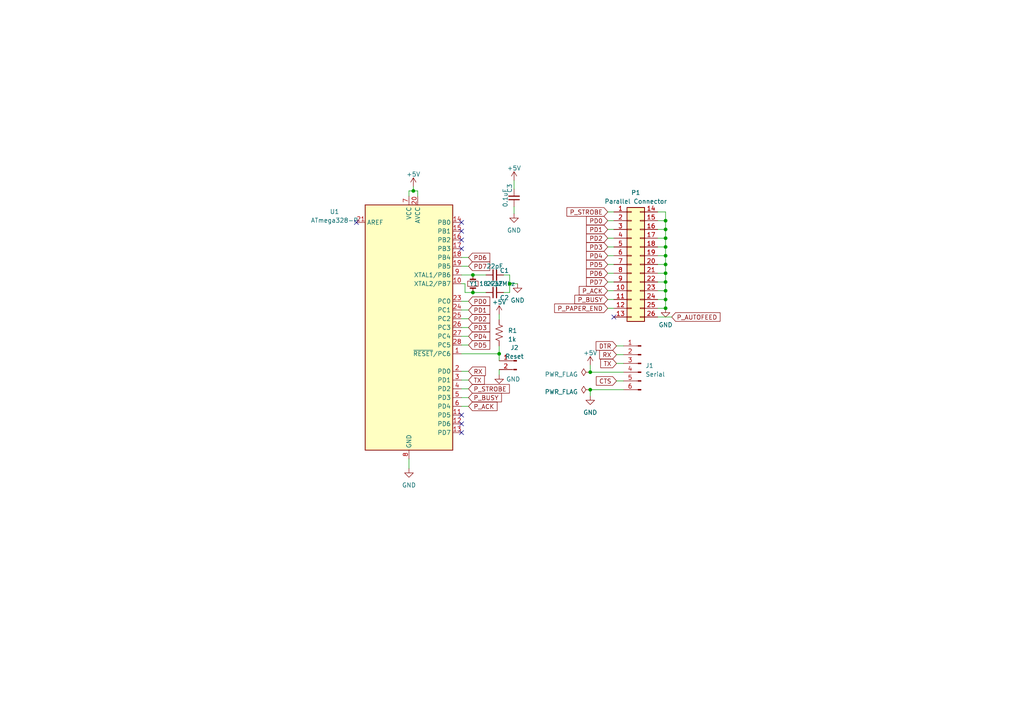
<source format=kicad_sch>
(kicad_sch (version 20230121) (generator eeschema)
  (paper "A4")
  (title_block (title "Parallel2Serial") (date "2023-04-08") (rev "1") (company "ryucats"))
  (lib_symbols
    (symbol "Connector:Conn_01x02_Pin" (pin_names (offset 1.016) hide)
      (property "Reference" "J" (at 0 2.54 0))
      (property "Value" "Conn_01x02_Pin" (at 0 -5.08 0))
      (symbol "Conn_01x02_Pin_1_1"
        (polyline (pts (xy 1.27 -2.54) (xy 0.8636 -2.54)) (stroke (width 0.1524)))
        (polyline (pts (xy 1.27 0) (xy 0.8636 0)) (stroke (width 0.1524)))
        (rectangle (start 0.8636 -2.413) (end 0 -2.667) (stroke (width 0.1524)) (fill (type outline)))
        (rectangle (start 0.8636 0.127) (end 0 -0.127) (stroke (width 0.1524)) (fill (type outline)))
        (pin passive line (at 5.08 0 180) (length 3.81) (name "Pin_1") (number "1"))
        (pin passive line (at 5.08 -2.54 180) (length 3.81) (name "Pin_2") (number "2"))
      )
    )
    (symbol "Connector:Conn_01x06_Pin" (pin_names (offset 1.016) hide)
      (property "Reference" "J" (at 0 7.62 0))
      (property "Value" "Conn_01x06_Pin" (at 0 -10.16 0))
      (symbol "Conn_01x06_Pin_1_1"
        (polyline (pts (xy 1.27 -7.62) (xy 0.8636 -7.62)) (stroke (width 0.1524)))
        (polyline (pts (xy 1.27 -5.08) (xy 0.8636 -5.08)) (stroke (width 0.1524)))
        (polyline (pts (xy 1.27 -2.54) (xy 0.8636 -2.54)) (stroke (width 0.1524)))
        (polyline (pts (xy 1.27 0) (xy 0.8636 0)) (stroke (width 0.1524)))
        (polyline (pts (xy 1.27 2.54) (xy 0.8636 2.54)) (stroke (width 0.1524)))
        (polyline (pts (xy 1.27 5.08) (xy 0.8636 5.08)) (stroke (width 0.1524)))
        (rectangle (start 0.8636 -7.493) (end 0 -7.747) (stroke (width 0.1524)) (fill (type outline)))
        (rectangle (start 0.8636 -4.953) (end 0 -5.207) (stroke (width 0.1524)) (fill (type outline)))
        (rectangle (start 0.8636 -2.413) (end 0 -2.667) (stroke (width 0.1524)) (fill (type outline)))
        (rectangle (start 0.8636 0.127) (end 0 -0.127) (stroke (width 0.1524)) (fill (type outline)))
        (rectangle (start 0.8636 2.667) (end 0 2.413) (stroke (width 0.1524)) (fill (type outline)))
        (rectangle (start 0.8636 5.207) (end 0 4.953) (stroke (width 0.1524)) (fill (type outline)))
        (pin passive line (at 5.08 5.08 180) (length 3.81) (name "Pin_1") (number "1"))
        (pin passive line (at 5.08 2.54 180) (length 3.81) (name "Pin_2") (number "2"))
        (pin passive line (at 5.08 0 180) (length 3.81) (name "Pin_3") (number "3"))
        (pin passive line (at 5.08 -2.54 180) (length 3.81) (name "Pin_4") (number "4"))
        (pin passive line (at 5.08 -5.08 180) (length 3.81) (name "Pin_5") (number "5"))
        (pin passive line (at 5.08 -7.62 180) (length 3.81) (name "Pin_6") (number "6"))
      )
    )
    (symbol "Connector_Generic:Conn_02x13_Top_Bottom" (pin_names (offset 1.016) hide)
      (property "Reference" "J" (at 1.27 17.78 0))
      (property "Value" "Conn_02x13_Top_Bottom" (at 1.27 -17.78 0))
      (symbol "Conn_02x13_Top_Bottom_1_1"
        (rectangle (start -1.27 -15.113) (end 0 -15.367) (stroke (width 0.1524)))
        (rectangle (start -1.27 -12.573) (end 0 -12.827) (stroke (width 0.1524)))
        (rectangle (start -1.27 -10.033) (end 0 -10.287) (stroke (width 0.1524)))
        (rectangle (start -1.27 -7.493) (end 0 -7.747) (stroke (width 0.1524)))
        (rectangle (start -1.27 -4.953) (end 0 -5.207) (stroke (width 0.1524)))
        (rectangle (start -1.27 -2.413) (end 0 -2.667) (stroke (width 0.1524)))
        (rectangle (start -1.27 0.127) (end 0 -0.127) (stroke (width 0.1524)))
        (rectangle (start -1.27 2.667) (end 0 2.413) (stroke (width 0.1524)))
        (rectangle (start -1.27 5.207) (end 0 4.953) (stroke (width 0.1524)))
        (rectangle (start -1.27 7.747) (end 0 7.493) (stroke (width 0.1524)))
        (rectangle (start -1.27 10.287) (end 0 10.033) (stroke (width 0.1524)))
        (rectangle (start -1.27 12.827) (end 0 12.573) (stroke (width 0.1524)))
        (rectangle (start -1.27 15.367) (end 0 15.113) (stroke (width 0.1524)))
        (rectangle (start -1.27 16.51) (end 3.81 -16.51) (stroke (width 0.254)) (fill (type background)))
        (rectangle (start 3.81 -15.113) (end 2.54 -15.367) (stroke (width 0.1524)))
        (rectangle (start 3.81 -12.573) (end 2.54 -12.827) (stroke (width 0.1524)))
        (rectangle (start 3.81 -10.033) (end 2.54 -10.287) (stroke (width 0.1524)))
        (rectangle (start 3.81 -7.493) (end 2.54 -7.747) (stroke (width 0.1524)))
        (rectangle (start 3.81 -4.953) (end 2.54 -5.207) (stroke (width 0.1524)))
        (rectangle (start 3.81 -2.413) (end 2.54 -2.667) (stroke (width 0.1524)))
        (rectangle (start 3.81 0.127) (end 2.54 -0.127) (stroke (width 0.1524)))
        (rectangle (start 3.81 2.667) (end 2.54 2.413) (stroke (width 0.1524)))
        (rectangle (start 3.81 5.207) (end 2.54 4.953) (stroke (width 0.1524)))
        (rectangle (start 3.81 7.747) (end 2.54 7.493) (stroke (width 0.1524)))
        (rectangle (start 3.81 10.287) (end 2.54 10.033) (stroke (width 0.1524)))
        (rectangle (start 3.81 12.827) (end 2.54 12.573) (stroke (width 0.1524)))
        (rectangle (start 3.81 15.367) (end 2.54 15.113) (stroke (width 0.1524)))
        (pin passive line (at -5.08 15.24 0) (length 3.81) (name "Pin_1") (number "1"))
        (pin passive line (at -5.08 -7.62 0) (length 3.81) (name "Pin_10") (number "10"))
        (pin passive line (at -5.08 -10.16 0) (length 3.81) (name "Pin_11") (number "11"))
        (pin passive line (at -5.08 -12.7 0) (length 3.81) (name "Pin_12") (number "12"))
        (pin passive line (at -5.08 -15.24 0) (length 3.81) (name "Pin_13") (number "13"))
        (pin passive line (at 7.62 15.24 180) (length 3.81) (name "Pin_14") (number "14"))
        (pin passive line (at 7.62 12.7 180) (length 3.81) (name "Pin_15") (number "15"))
        (pin passive line (at 7.62 10.16 180) (length 3.81) (name "Pin_16") (number "16"))
        (pin passive line (at 7.62 7.62 180) (length 3.81) (name "Pin_17") (number "17"))
        (pin passive line (at 7.62 5.08 180) (length 3.81) (name "Pin_18") (number "18"))
        (pin passive line (at 7.62 2.54 180) (length 3.81) (name "Pin_19") (number "19"))
        (pin passive line (at -5.08 12.7 0) (length 3.81) (name "Pin_2") (number "2"))
        (pin passive line (at 7.62 0 180) (length 3.81) (name "Pin_20") (number "20"))
        (pin passive line (at 7.62 -2.54 180) (length 3.81) (name "Pin_21") (number "21"))
        (pin passive line (at 7.62 -5.08 180) (length 3.81) (name "Pin_22") (number "22"))
        (pin passive line (at 7.62 -7.62 180) (length 3.81) (name "Pin_23") (number "23"))
        (pin passive line (at 7.62 -10.16 180) (length 3.81) (name "Pin_24") (number "24"))
        (pin passive line (at 7.62 -12.7 180) (length 3.81) (name "Pin_25") (number "25"))
        (pin passive line (at 7.62 -15.24 180) (length 3.81) (name "Pin_26") (number "26"))
        (pin passive line (at -5.08 10.16 0) (length 3.81) (name "Pin_3") (number "3"))
        (pin passive line (at -5.08 7.62 0) (length 3.81) (name "Pin_4") (number "4"))
        (pin passive line (at -5.08 5.08 0) (length 3.81) (name "Pin_5") (number "5"))
        (pin passive line (at -5.08 2.54 0) (length 3.81) (name "Pin_6") (number "6"))
        (pin passive line (at -5.08 0 0) (length 3.81) (name "Pin_7") (number "7"))
        (pin passive line (at -5.08 -2.54 0) (length 3.81) (name "Pin_8") (number "8"))
        (pin passive line (at -5.08 -5.08 0) (length 3.81) (name "Pin_9") (number "9"))
      )
    )
    (symbol "Device:C_Small" (pin_numbers hide) (pin_names (offset 0.254) hide)
      (property "Reference" "C" (at 0.254 1.778 0))
      (property "Value" "C_Small" (at 0.254 -2.032 0))
      (symbol "C_Small_0_1"
        (polyline (pts (xy -1.524 -0.508) (xy 1.524 -0.508)) (stroke (width 0.3302)))
        (polyline (pts (xy -1.524 0.508) (xy 1.524 0.508)) (stroke (width 0.3048)))
      )
      (symbol "C_Small_1_1"
        (pin passive line (at 0 2.54 270) (length 2.032) (name "~") (number "1"))
        (pin passive line (at 0 -2.54 90) (length 2.032) (name "~") (number "2"))
      )
    )
    (symbol "Device:Crystal_Small" (pin_numbers hide) (pin_names (offset 1.016) hide)
      (property "Reference" "Y" (at 0 2.54 0))
      (property "Value" "Crystal_Small" (at 0 -2.54 0))
      (symbol "Crystal_Small_0_1"
        (rectangle (start -0.762 -1.524) (end 0.762 1.524))
        (polyline (pts (xy -1.27 -0.762) (xy -1.27 0.762)) (stroke (width 0.381)))
        (polyline (pts (xy 1.27 -0.762) (xy 1.27 0.762)) (stroke (width 0.381)))
      )
      (symbol "Crystal_Small_1_1"
        (pin passive line (at -2.54 0 0) (length 1.27) (name "1") (number "1"))
        (pin passive line (at 2.54 0 180) (length 1.27) (name "2") (number "2"))
      )
    )
    (symbol "Device:R_US" (pin_numbers hide) (pin_names (offset 0))
      (property "Reference" "R" (at 2.54 0 90))
      (property "Value" "R_US" (at -2.54 0 90))
      (symbol "R_US_0_1"
        (polyline (pts (xy 0 -2.286) (xy 0 -2.54)))
        (polyline (pts (xy 0 2.286) (xy 0 2.54)))
        (polyline (pts (xy 0 -0.762) (xy 1.016 -1.143) (xy 0 -1.524) (xy -1.016 -1.905) (xy 0 -2.286)))
        (polyline (pts (xy 0 0.762) (xy 1.016 0.381) (xy 0 0) (xy -1.016 -0.381) (xy 0 -0.762)))
        (polyline (pts (xy 0 2.286) (xy 1.016 1.905) (xy 0 1.524) (xy -1.016 1.143) (xy 0 0.762)))
      )
      (symbol "R_US_1_1"
        (pin passive line (at 0 3.81 270) (length 1.27) (name "~") (number "1"))
        (pin passive line (at 0 -3.81 90) (length 1.27) (name "~") (number "2"))
      )
    )
    (symbol "MCU_Microchip_ATmega:ATmega328-P"
      (property "Reference" "U" (at -12.7 36.83 0))
      (property "Value" "ATmega328-P" (at 2.54 -36.83 0))
      (symbol "ATmega328-P_0_1"
        (rectangle (start -12.7 -35.56) (end 12.7 35.56) (stroke (width 0.254)) (fill (type background)))
      )
      (symbol "ATmega328-P_1_1"
        (pin bidirectional line (at 15.24 -7.62 180) (length 2.54) (name "~{RESET}/PC6") (number "1"))
        (pin bidirectional line (at 15.24 12.7 180) (length 2.54) (name "XTAL2/PB7") (number "10"))
        (pin bidirectional line (at 15.24 -25.4 180) (length 2.54) (name "PD5") (number "11"))
        (pin bidirectional line (at 15.24 -27.94 180) (length 2.54) (name "PD6") (number "12"))
        (pin bidirectional line (at 15.24 -30.48 180) (length 2.54) (name "PD7") (number "13"))
        (pin bidirectional line (at 15.24 30.48 180) (length 2.54) (name "PB0") (number "14"))
        (pin bidirectional line (at 15.24 27.94 180) (length 2.54) (name "PB1") (number "15"))
        (pin bidirectional line (at 15.24 25.4 180) (length 2.54) (name "PB2") (number "16"))
        (pin bidirectional line (at 15.24 22.86 180) (length 2.54) (name "PB3") (number "17"))
        (pin bidirectional line (at 15.24 20.32 180) (length 2.54) (name "PB4") (number "18"))
        (pin bidirectional line (at 15.24 17.78 180) (length 2.54) (name "PB5") (number "19"))
        (pin bidirectional line (at 15.24 -12.7 180) (length 2.54) (name "PD0") (number "2"))
        (pin power_in line (at 2.54 38.1 270) (length 2.54) (name "AVCC") (number "20"))
        (pin passive line (at -15.24 30.48 0) (length 2.54) (name "AREF") (number "21"))
        (pin passive line (at 0 -38.1 90) (length 2.54) hide (name "GND") (number "22"))
        (pin bidirectional line (at 15.24 7.62 180) (length 2.54) (name "PC0") (number "23"))
        (pin bidirectional line (at 15.24 5.08 180) (length 2.54) (name "PC1") (number "24"))
        (pin bidirectional line (at 15.24 2.54 180) (length 2.54) (name "PC2") (number "25"))
        (pin bidirectional line (at 15.24 0 180) (length 2.54) (name "PC3") (number "26"))
        (pin bidirectional line (at 15.24 -2.54 180) (length 2.54) (name "PC4") (number "27"))
        (pin bidirectional line (at 15.24 -5.08 180) (length 2.54) (name "PC5") (number "28"))
        (pin bidirectional line (at 15.24 -15.24 180) (length 2.54) (name "PD1") (number "3"))
        (pin bidirectional line (at 15.24 -17.78 180) (length 2.54) (name "PD2") (number "4"))
        (pin bidirectional line (at 15.24 -20.32 180) (length 2.54) (name "PD3") (number "5"))
        (pin bidirectional line (at 15.24 -22.86 180) (length 2.54) (name "PD4") (number "6"))
        (pin power_in line (at 0 38.1 270) (length 2.54) (name "VCC") (number "7"))
        (pin power_in line (at 0 -38.1 90) (length 2.54) (name "GND") (number "8"))
        (pin bidirectional line (at 15.24 15.24 180) (length 2.54) (name "XTAL1/PB6") (number "9"))
      )
    )
    (symbol "power:+5V" (power) (pin_names (offset 0))
      (property "Value" "+5V" (at 0 3.556 0))
      (symbol "+5V_0_1"
        (polyline (pts (xy -0.762 1.27) (xy 0 2.54)))
        (polyline (pts (xy 0 0) (xy 0 2.54)))
        (polyline (pts (xy 0 2.54) (xy 0.762 1.27)))
      )
      (symbol "+5V_1_1"
        (pin power_in line (at 0 0 90) (length 0) hide (name "+5V") (number "1"))
      )
    )
    (symbol "power:GND" (power) (pin_names (offset 0))
      (property "Value" "GND" (at 0 -3.81 0))
      (symbol "GND_0_1"
        (polyline (pts (xy 0 0) (xy 0 -1.27) (xy 1.27 -1.27) (xy 0 -2.54) (xy -1.27 -1.27) (xy 0 -1.27)))
      )
      (symbol "GND_1_1"
        (pin power_in line (at 0 0 270) (length 0) hide (name "GND") (number "1"))
      )
    )
    (symbol "power:PWR_FLAG" (power) (pin_numbers hide) (pin_names (offset 0) hide)
      (property "Value" "PWR_FLAG" (at 0 3.81 0))
      (symbol "PWR_FLAG_0_0"
        (pin power_out line (at 0 0 90) (length 0) (name "pwr") (number "1"))
      )
      (symbol "PWR_FLAG_0_1"
        (polyline (pts (xy 0 0) (xy 0 1.27) (xy -1.016 1.905) (xy 0 2.54) (xy 1.016 1.905) (xy 0 1.27)))
      )
    )
  )
  (junction (at 193.04 76.708))
  (junction (at 137.16 84.836))
  (junction (at 193.04 69.088))
  (junction (at 193.04 89.408))
  (junction (at 137.16 79.756))
  (junction (at 119.888 55.372))
  (junction (at 147.828 82.296))
  (junction (at 193.04 74.168))
  (junction (at 193.04 64.008))
  (junction (at 171.196 107.95))
  (junction (at 193.04 79.248))
  (junction (at 144.78 102.616))
  (junction (at 171.196 113.03))
  (junction (at 193.04 81.788))
  (junction (at 193.04 66.548))
  (junction (at 193.04 86.868))
  (junction (at 193.04 84.328))
  (junction (at 193.04 71.628))
  (no_connect (at 133.858 120.396))
  (no_connect (at 133.858 69.596))
  (no_connect (at 133.858 72.136))
  (no_connect (at 103.378 64.516))
  (no_connect (at 133.858 122.936))
  (no_connect (at 133.858 67.056))
  (no_connect (at 133.858 125.476))
  (no_connect (at 133.858 64.516))
  (no_connect (at 178.054 91.948))
  (wire (pts (xy 178.816 100.33) (xy 180.848 100.33)))
  (wire (pts (xy 176.276 89.408) (xy 178.054 89.408)))
  (wire (pts (xy 176.276 74.168) (xy 178.054 74.168)))
  (wire (pts (xy 144.78 102.616) (xy 144.78 100.33)))
  (wire (pts (xy 193.04 61.468) (xy 193.04 64.008)))
  (wire (pts (xy 133.858 77.216) (xy 135.89 77.216)))
  (wire (pts (xy 144.78 91.186) (xy 144.78 92.71)))
  (wire (pts (xy 121.158 55.372) (xy 121.158 56.896)))
  (wire (pts (xy 146.05 79.756) (xy 147.828 79.756)))
  (wire (pts (xy 176.276 64.008) (xy 178.054 64.008)))
  (wire (pts (xy 171.196 113.03) (xy 171.196 114.808)))
  (wire (pts (xy 147.828 82.296) (xy 150.114 82.296)))
  (wire (pts (xy 180.848 107.95) (xy 171.196 107.95)))
  (wire (pts (xy 171.196 113.03) (xy 180.848 113.03)))
  (wire (pts (xy 190.754 89.408) (xy 193.04 89.408)))
  (wire (pts (xy 133.858 112.776) (xy 135.89 112.776)))
  (wire (pts (xy 193.04 76.708) (xy 193.04 79.248)))
  (wire (pts (xy 190.754 84.328) (xy 193.04 84.328)))
  (wire (pts (xy 193.04 71.628) (xy 193.04 74.168)))
  (wire (pts (xy 190.754 79.248) (xy 193.04 79.248)))
  (wire (pts (xy 178.816 105.41) (xy 180.848 105.41)))
  (wire (pts (xy 118.618 55.372) (xy 119.888 55.372)))
  (wire (pts (xy 176.276 69.088) (xy 178.054 69.088)))
  (wire (pts (xy 133.858 89.916) (xy 135.89 89.916)))
  (wire (pts (xy 193.04 81.788) (xy 193.04 84.328)))
  (wire (pts (xy 133.858 94.996) (xy 135.89 94.996)))
  (wire (pts (xy 119.888 55.372) (xy 121.158 55.372)))
  (wire (pts (xy 144.78 102.616) (xy 144.78 104.648)))
  (wire (pts (xy 190.754 71.628) (xy 193.04 71.628)))
  (wire (pts (xy 137.16 79.756) (xy 140.97 79.756)))
  (wire (pts (xy 144.78 107.188) (xy 144.78 108.712)))
  (wire (pts (xy 133.858 97.536) (xy 135.89 97.536)))
  (wire (pts (xy 190.754 81.788) (xy 193.04 81.788)))
  (wire (pts (xy 133.858 82.296) (xy 134.874 82.296)))
  (wire (pts (xy 176.276 79.248) (xy 178.054 79.248)))
  (wire (pts (xy 176.276 71.628) (xy 178.054 71.628)))
  (wire (pts (xy 193.04 66.548) (xy 193.04 69.088)))
  (wire (pts (xy 133.858 107.696) (xy 135.89 107.696)))
  (wire (pts (xy 176.276 61.468) (xy 178.054 61.468)))
  (wire (pts (xy 176.276 84.328) (xy 178.054 84.328)))
  (wire (pts (xy 190.754 66.548) (xy 193.04 66.548)))
  (wire (pts (xy 171.196 107.95) (xy 171.196 105.918)))
  (wire (pts (xy 118.618 56.896) (xy 118.618 55.372)))
  (wire (pts (xy 193.04 64.008) (xy 193.04 66.548)))
  (wire (pts (xy 193.04 86.868) (xy 193.04 89.408)))
  (wire (pts (xy 147.828 79.756) (xy 147.828 82.296)))
  (wire (pts (xy 133.858 110.236) (xy 135.89 110.236)))
  (wire (pts (xy 193.04 79.248) (xy 193.04 81.788)))
  (wire (pts (xy 147.828 82.296) (xy 147.828 84.836)))
  (wire (pts (xy 133.858 100.076) (xy 135.89 100.076)))
  (wire (pts (xy 134.874 82.296) (xy 134.874 84.836)))
  (wire (pts (xy 149.098 52.324) (xy 149.098 54.864)))
  (wire (pts (xy 190.754 69.088) (xy 193.04 69.088)))
  (wire (pts (xy 119.888 54.102) (xy 119.888 55.372)))
  (wire (pts (xy 190.754 74.168) (xy 193.04 74.168)))
  (wire (pts (xy 137.16 84.836) (xy 140.97 84.836)))
  (wire (pts (xy 133.858 87.376) (xy 135.89 87.376)))
  (wire (pts (xy 133.858 117.856) (xy 135.89 117.856)))
  (wire (pts (xy 176.276 76.708) (xy 178.054 76.708)))
  (wire (pts (xy 190.754 91.948) (xy 194.818 91.948)))
  (wire (pts (xy 133.858 92.456) (xy 135.89 92.456)))
  (wire (pts (xy 190.754 64.008) (xy 193.04 64.008)))
  (wire (pts (xy 133.858 102.616) (xy 144.78 102.616)))
  (wire (pts (xy 133.858 79.756) (xy 137.16 79.756)))
  (wire (pts (xy 176.276 86.868) (xy 178.054 86.868)))
  (wire (pts (xy 178.816 110.49) (xy 180.848 110.49)))
  (wire (pts (xy 193.04 84.328) (xy 193.04 86.868)))
  (wire (pts (xy 133.858 115.316) (xy 135.89 115.316)))
  (wire (pts (xy 147.828 84.836) (xy 146.05 84.836)))
  (wire (pts (xy 149.098 59.944) (xy 149.098 61.976)))
  (wire (pts (xy 190.754 61.468) (xy 193.04 61.468)))
  (wire (pts (xy 176.276 66.548) (xy 178.054 66.548)))
  (wire (pts (xy 193.04 74.168) (xy 193.04 76.708)))
  (wire (pts (xy 190.754 76.708) (xy 193.04 76.708)))
  (wire (pts (xy 133.858 74.676) (xy 135.89 74.676)))
  (wire (pts (xy 176.276 81.788) (xy 178.054 81.788)))
  (wire (pts (xy 193.04 69.088) (xy 193.04 71.628)))
  (wire (pts (xy 134.874 84.836) (xy 137.16 84.836)))
  (wire (pts (xy 118.618 133.096) (xy 118.618 135.89)))
  (wire (pts (xy 190.754 86.868) (xy 193.04 86.868)))
  (wire (pts (xy 178.816 102.87) (xy 180.848 102.87)))
  (global_label "P_STROBE" (shape input) (at 176.276 61.468 180) (property "Intersheetrefs" "${INTERSHEET_REFS}" (effects hide)))
  (global_label "DTR" (shape input) (at 178.816 100.33 180) (property "Intersheetrefs" "${INTERSHEET_REFS}" (effects hide)))
  (global_label "PD7" (shape input) (at 135.89 77.216 0) (property "Intersheetrefs" "${INTERSHEET_REFS}" (effects hide)))
  (global_label "PD2" (shape input) (at 176.276 69.088 180) (property "Intersheetrefs" "${INTERSHEET_REFS}" (effects hide)))
  (global_label "PD1" (shape input) (at 176.276 66.548 180) (property "Intersheetrefs" "${INTERSHEET_REFS}" (effects hide)))
  (global_label "PD1" (shape input) (at 135.89 89.916 0) (property "Intersheetrefs" "${INTERSHEET_REFS}" (effects hide)))
  (global_label "PD6" (shape input) (at 176.276 79.248 180) (property "Intersheetrefs" "${INTERSHEET_REFS}" (effects hide)))
  (global_label "RX" (shape input) (at 135.89 107.696 0) (property "Intersheetrefs" "${INTERSHEET_REFS}" (effects hide)))
  (global_label "P_PAPER_END" (shape input) (at 176.276 89.408 180) (property "Intersheetrefs" "${INTERSHEET_REFS}" (effects hide)))
  (global_label "PD2" (shape input) (at 135.89 92.456 0) (property "Intersheetrefs" "${INTERSHEET_REFS}" (effects hide)))
  (global_label "PD5" (shape input) (at 135.89 100.076 0) (property "Intersheetrefs" "${INTERSHEET_REFS}" (effects hide)))
  (global_label "P_BUSY" (shape input) (at 135.89 115.316 0) (property "Intersheetrefs" "${INTERSHEET_REFS}" (effects hide)))
  (global_label "PD6" (shape input) (at 135.89 74.676 0) (property "Intersheetrefs" "${INTERSHEET_REFS}" (effects hide)))
  (global_label "TX" (shape input) (at 135.89 110.236 0) (property "Intersheetrefs" "${INTERSHEET_REFS}" (effects hide)))
  (global_label "PD5" (shape input) (at 176.276 76.708 180) (property "Intersheetrefs" "${INTERSHEET_REFS}" (effects hide)))
  (global_label "P_BUSY" (shape input) (at 176.276 86.868 180) (property "Intersheetrefs" "${INTERSHEET_REFS}" (effects hide)))
  (global_label "PD3" (shape input) (at 135.89 94.996 0) (property "Intersheetrefs" "${INTERSHEET_REFS}" (effects hide)))
  (global_label "TX" (shape input) (at 178.816 105.41 180) (property "Intersheetrefs" "${INTERSHEET_REFS}" (effects hide)))
  (global_label "PD4" (shape input) (at 135.89 97.536 0) (property "Intersheetrefs" "${INTERSHEET_REFS}" (effects hide)))
  (global_label "P_AUTOFEED" (shape input) (at 194.818 91.948 0) (property "Intersheetrefs" "${INTERSHEET_REFS}" (effects hide)))
  (global_label "PD4" (shape input) (at 176.276 74.168 180) (property "Intersheetrefs" "${INTERSHEET_REFS}" (effects hide)))
  (global_label "P_STROBE" (shape input) (at 135.89 112.776 0) (property "Intersheetrefs" "${INTERSHEET_REFS}" (effects hide)))
  (global_label "CTS" (shape input) (at 178.816 110.49 180) (property "Intersheetrefs" "${INTERSHEET_REFS}" (effects hide)))
  (global_label "P_ACK" (shape input) (at 176.276 84.328 180) (property "Intersheetrefs" "${INTERSHEET_REFS}" (effects hide)))
  (global_label "PD0" (shape input) (at 135.89 87.376 0) (property "Intersheetrefs" "${INTERSHEET_REFS}" (effects hide)))
  (global_label "RX" (shape input) (at 178.816 102.87 180) (property "Intersheetrefs" "${INTERSHEET_REFS}" (effects hide)))
  (global_label "PD7" (shape input) (at 176.276 81.788 180) (property "Intersheetrefs" "${INTERSHEET_REFS}" (effects hide)))
  (global_label "PD3" (shape input) (at 176.276 71.628 180) (property "Intersheetrefs" "${INTERSHEET_REFS}" (effects hide)))
  (global_label "P_ACK" (shape input) (at 135.89 117.856 0) (property "Intersheetrefs" "${INTERSHEET_REFS}" (effects hide)))
  (global_label "PD0" (shape input) (at 176.276 64.008 180) (property "Intersheetrefs" "${INTERSHEET_REFS}" (effects hide)))
  (symbol (lib_id "Connector_Generic:Conn_02x13_Top_Bottom") (at 183.134 76.708 0) (unit 1)
    (property "Reference" "P1" (at 184.404 55.88 0))
    (property "Value" "Parallel Connector" (at 184.404 58.42 0))
    (property "Footprint" "apple2:Parallel Connector" (effects hide))
  )
  (symbol (lib_id "power:GND") (at 149.098 61.976 0) (unit 1)
    (property "Reference" "#PWR09" (effects hide))
    (property "Value" "GND" (at 149.098 66.802 0))
  )
  (symbol (lib_id "Device:Crystal_Small") (at 137.16 82.296 90) (unit 1)
    (property "Reference" "Y1" (at 136.144 82.296 90) (effects (justify right)))
    (property "Value" "18.432Mhz" (at 138.938 82.296 90) (effects (justify right)))
    (property "Footprint" "Crystal:Crystal_HC18-U_Vertical" (effects hide))
  )
  (symbol (lib_id "power:+5V") (at 171.196 105.918 0) (unit 1)
    (property "Reference" "#PWR04" (effects hide))
    (property "Value" "+5V" (at 171.196 102.362 0))
  )
  (symbol (lib_id "Connector:Conn_01x02_Pin") (at 149.86 104.648 0) (mirror y) (unit 1)
    (property "Reference" "J2" (at 149.225 100.838 0))
    (property "Value" "Reset" (at 149.225 103.378 0))
    (property "Footprint" "Connector_PinHeader_2.54mm:PinHeader_1x02_P2.54mm_Vertical" (effects hide))
  )
  (symbol (lib_id "Device:C_Small") (at 143.51 79.756 90) (unit 1)
    (property "Reference" "C1" (at 146.304 78.486 90))
    (property "Value" "22pF" (at 143.5163 77.216 90))
    (property "Footprint" "Capacitor_THT:C_Disc_D7.5mm_W5.0mm_P5.00mm" (effects hide))
  )
  (symbol (lib_id "Connector:Conn_01x06_Pin") (at 185.928 105.41 0) (mirror y) (unit 1)
    (property "Reference" "J1" (at 187.198 106.045 0) (effects (justify right)))
    (property "Value" "Serial" (at 187.198 108.585 0) (effects (justify right)))
    (property "Footprint" "Connector_PinHeader_2.54mm:PinHeader_1x06_P2.54mm_Vertical" (effects hide))
  )
  (symbol (lib_id "power:GND") (at 193.04 89.408 0) (unit 1)
    (property "Reference" "#PWR01" (effects hide))
    (property "Value" "GND" (at 193.04 94.234 0))
  )
  (symbol (lib_id "power:+5V") (at 119.888 54.102 0) (unit 1)
    (property "Reference" "#PWR02" (effects hide))
    (property "Value" "+5V" (at 119.888 50.546 0))
  )
  (symbol (lib_id "power:+5V") (at 149.098 52.324 0) (unit 1)
    (property "Reference" "#PWR010" (effects hide))
    (property "Value" "+5V" (at 149.098 48.768 0))
  )
  (symbol (lib_id "power:GND") (at 144.78 108.712 0) (unit 1)
    (property "Reference" "#PWR07" (effects hide))
    (property "Value" "GND" (at 148.844 109.982 0))
  )
  (symbol (lib_id "power:GND") (at 118.618 135.89 0) (unit 1)
    (property "Reference" "#PWR03" (effects hide))
    (property "Value" "GND" (at 118.618 140.716 0))
  )
  (symbol (lib_id "Device:R_US") (at 144.78 96.52 0) (unit 1)
    (property "Reference" "R1" (at 147.32 95.885 0) (effects (justify left)))
    (property "Value" "1k" (at 147.32 98.425 0) (effects (justify left)))
    (property "Footprint" "Resistor_THT:R_Axial_DIN0207_L6.3mm_D2.5mm_P10.16mm_Horizontal" (effects hide))
  )
  (symbol (lib_id "Device:C_Small") (at 143.51 84.836 90) (unit 1)
    (property "Reference" "C2" (at 146.304 86.36 90))
    (property "Value" "22pF" (at 143.5163 82.296 90))
    (property "Footprint" "Capacitor_THT:C_Disc_D7.5mm_W5.0mm_P5.00mm" (effects hide))
  )
  (symbol (lib_id "MCU_Microchip_ATmega:ATmega328-P") (at 118.618 94.996 0) (unit 1)
    (property "Reference" "U1" (at 97.028 61.3919 0))
    (property "Value" "ATmega328-P" (at 97.028 63.9319 0))
    (property "Footprint" "Package_DIP:DIP-28_W7.62mm" (effects hide))
    (property "Datasheet" "http://ww1.microchip.com/downloads/en/DeviceDoc/ATmega328_P%20AVR%20MCU%20with%20picoPower%20Technology%20Data%20Sheet%2040001984A.pdf" (effects hide))
  )
  (symbol (lib_id "power:+5V") (at 144.78 91.186 0) (unit 1)
    (property "Reference" "#PWR06" (effects hide))
    (property "Value" "+5V" (at 144.78 87.63 0))
  )
  (symbol (lib_id "power:PWR_FLAG") (at 171.196 113.03 90) (unit 1)
    (property "Reference" "#FLG02" (effects hide))
    (property "Value" "PWR_FLAG" (at 167.64 113.665 90) (effects (justify left)))
  )
  (symbol (lib_id "Device:C_Small") (at 149.098 57.404 180) (unit 1)
    (property "Reference" "C3" (at 147.828 54.61 90))
    (property "Value" "0.1uF" (at 146.558 57.3977 90))
    (property "Footprint" "Capacitor_THT:C_Disc_D7.5mm_W5.0mm_P5.00mm" (effects hide))
  )
  (symbol (lib_id "power:GND") (at 150.114 82.296 0) (unit 1)
    (property "Reference" "#PWR08" (effects hide))
    (property "Value" "GND" (at 150.114 87.122 0))
  )
  (symbol (lib_id "power:PWR_FLAG") (at 171.196 107.95 90) (unit 1)
    (property "Reference" "#FLG01" (effects hide))
    (property "Value" "PWR_FLAG" (at 167.64 108.585 90) (effects (justify left)))
  )
  (symbol (lib_id "power:GND") (at 171.196 114.808 0) (unit 1)
    (property "Reference" "#PWR05" (effects hide))
    (property "Value" "GND" (at 171.196 119.634 0))
  )
)
</source>
